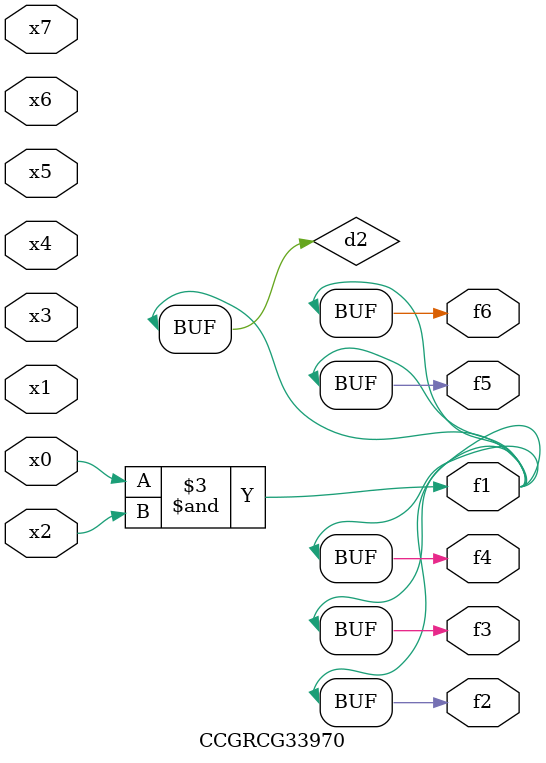
<source format=v>
module CCGRCG33970(
	input x0, x1, x2, x3, x4, x5, x6, x7,
	output f1, f2, f3, f4, f5, f6
);

	wire d1, d2;

	nor (d1, x3, x6);
	and (d2, x0, x2);
	assign f1 = d2;
	assign f2 = d2;
	assign f3 = d2;
	assign f4 = d2;
	assign f5 = d2;
	assign f6 = d2;
endmodule

</source>
